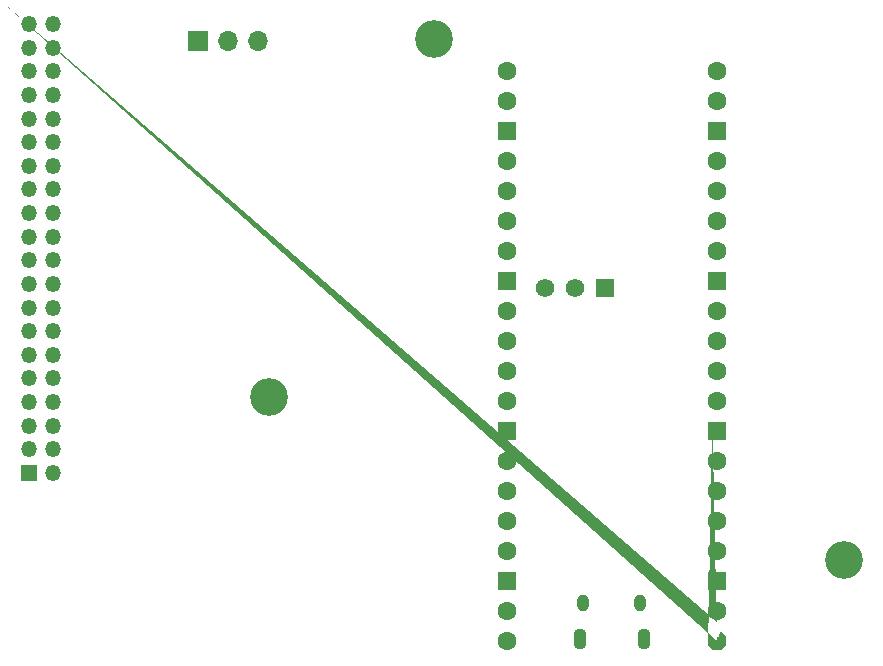
<source format=gbr>
%TF.GenerationSoftware,KiCad,Pcbnew,7.0.8-7.0.8~ubuntu22.04.1*%
%TF.CreationDate,2023-10-31T08:05:55-06:00*%
%TF.ProjectId,PowerBook,506f7765-7242-46f6-9f6b-2e6b69636164,rev?*%
%TF.SameCoordinates,Original*%
%TF.FileFunction,Soldermask,Bot*%
%TF.FilePolarity,Negative*%
%FSLAX46Y46*%
G04 Gerber Fmt 4.6, Leading zero omitted, Abs format (unit mm)*
G04 Created by KiCad (PCBNEW 7.0.8-7.0.8~ubuntu22.04.1) date 2023-10-31 08:05:55*
%MOMM*%
%LPD*%
G01*
G04 APERTURE LIST*
G04 Aperture macros list*
%AMRoundRect*
0 Rectangle with rounded corners*
0 $1 Rounding radius*
0 $2 $3 $4 $5 $6 $7 $8 $9 X,Y pos of 4 corners*
0 Add a 4 corners polygon primitive as box body*
4,1,4,$2,$3,$4,$5,$6,$7,$8,$9,$2,$3,0*
0 Add four circle primitives for the rounded corners*
1,1,$1+$1,$2,$3*
1,1,$1+$1,$4,$5*
1,1,$1+$1,$6,$7*
1,1,$1+$1,$8,$9*
0 Add four rect primitives between the rounded corners*
20,1,$1+$1,$2,$3,$4,$5,0*
20,1,$1+$1,$4,$5,$6,$7,0*
20,1,$1+$1,$6,$7,$8,$9,0*
20,1,$1+$1,$8,$9,$2,$3,0*%
%AMFreePoly0*
4,1,58,0.281242,0.792533,0.314585,0.788777,0.324216,0.782725,0.335306,0.780194,0.361541,0.759271,0.389950,0.741421,0.741421,0.389950,0.759271,0.361541,0.780194,0.335306,0.782725,0.324216,0.788777,0.314585,0.792533,0.281242,0.800000,0.248529,0.800000,-0.248529,0.792533,-0.281242,0.788777,-0.314585,0.782725,-0.324216,0.780194,-0.335306,0.759271,-0.361541,0.741421,-0.389950,
0.389950,-0.741421,0.361541,-0.759271,0.335306,-0.780194,0.324216,-0.782725,0.314585,-0.788777,0.281242,-0.792533,0.248529,-0.800000,0.000000,-0.800000,-0.248529,-0.800000,-0.281242,-0.792533,-0.314585,-0.788777,-0.324216,-0.782725,-0.335306,-0.780194,-0.361541,-0.759271,-0.389950,-0.741421,-0.741421,-0.389950,-0.759271,-0.361541,-0.780194,-0.335306,-0.782725,-0.324216,-0.788777,-0.314585,
-0.792533,-0.281242,-0.800000,-0.248529,-0.800000,0.248529,-0.792533,0.281242,-0.788777,0.314585,-0.782725,0.324216,-0.780194,0.335306,-0.759271,0.361541,-0.741421,0.389950,-0.389950,0.741421,-0.361541,0.759271,-0.335306,0.780194,-0.324216,0.782725,-0.314585,0.788777,-0.281242,0.792533,-0.248529,0.800000,0.248529,0.800000,0.281242,0.792533,0.281242,0.792533,$1*%
G04 Aperture macros list end*
%ADD10R,1.700000X1.700000*%
%ADD11O,1.700000X1.700000*%
%ADD12C,3.200000*%
%ADD13O,1.100000X1.800000*%
%ADD14O,1.050000X1.450000*%
%ADD15FreePoly0,180.000000*%
%ADD16C,1.600000*%
%ADD17RoundRect,0.200000X0.600000X0.600000X-0.600000X0.600000X-0.600000X-0.600000X0.600000X-0.600000X0*%
%ADD18R,1.574800X1.574800*%
%ADD19C,1.574800*%
%ADD20R,1.350000X1.350000*%
%ADD21O,1.350000X1.350000*%
G04 APERTURE END LIST*
D10*
%TO.C,J1*%
X117373400Y-76225400D03*
D11*
X119913400Y-76225400D03*
X122453400Y-76225400D03*
%TD*%
D12*
%TO.C,H1*%
X123367800Y-106375200D03*
%TD*%
%TO.C,H5*%
X137388600Y-76073000D03*
%TD*%
D13*
%TO.C,RP1*%
X155140400Y-126856200D03*
D14*
X154840400Y-123826200D03*
X149990400Y-123826200D03*
D13*
X149690400Y-126856200D03*
D15*
X161305400Y-126986200D03*
D16*
X161305400Y-124446200D03*
D17*
X161305400Y-121906200D03*
D16*
X161305400Y-119366200D03*
X161305400Y-116826200D03*
X161305400Y-114286200D03*
X161305400Y-111746200D03*
D17*
X161305400Y-109206200D03*
D16*
X161305400Y-106666200D03*
X161305400Y-104126200D03*
X161305400Y-101586200D03*
X161305400Y-99046200D03*
D17*
X161305400Y-96506200D03*
D16*
X161305400Y-93966200D03*
X161305400Y-91426200D03*
X161305400Y-88886200D03*
X161305400Y-86346200D03*
D17*
X161305400Y-83806200D03*
D16*
X161305400Y-81266200D03*
X161305400Y-78726200D03*
X143525400Y-78726200D03*
X143525400Y-81266200D03*
D17*
X143525400Y-83806200D03*
D16*
X143525400Y-86346200D03*
X143525400Y-88886200D03*
X143525400Y-91426200D03*
X143525400Y-93966200D03*
D17*
X143525400Y-96506200D03*
D16*
X143525400Y-99046200D03*
X143525400Y-101586200D03*
X143525400Y-104126200D03*
X143525400Y-106666200D03*
D17*
X143525400Y-109206200D03*
D16*
X143525400Y-111746200D03*
X143525400Y-114286200D03*
X143525400Y-116826200D03*
X143525400Y-119366200D03*
D17*
X143525400Y-121906200D03*
D16*
X143525400Y-124446200D03*
X143525400Y-126986200D03*
D18*
X151831200Y-97156200D03*
D19*
X149291200Y-97156200D03*
X146751200Y-97156200D03*
%TD*%
D12*
%TO.C,H3*%
X172034200Y-120142000D03*
%TD*%
D20*
%TO.C,J2*%
X103073200Y-112776800D03*
D21*
X105073200Y-112776800D03*
X103073200Y-110776800D03*
X105073200Y-110776800D03*
X103073200Y-108776800D03*
X105073200Y-108776800D03*
X103073200Y-106776800D03*
X105073200Y-106776800D03*
X103073200Y-104776800D03*
X105073200Y-104776800D03*
X103073200Y-102776800D03*
X105073200Y-102776800D03*
X103073200Y-100776800D03*
X105073200Y-100776800D03*
X103073200Y-98776800D03*
X105073200Y-98776800D03*
X105073200Y-96776800D03*
X103073200Y-94776800D03*
X105073200Y-94776800D03*
X103073200Y-92776800D03*
X105073200Y-92776800D03*
X103073200Y-90776800D03*
X105073200Y-90776800D03*
X103073200Y-88776800D03*
X105073200Y-88776800D03*
X103073200Y-86776800D03*
X105073200Y-86776800D03*
X103073200Y-84776800D03*
X105073200Y-84776800D03*
X103073200Y-82776800D03*
X105073200Y-82776800D03*
X103073200Y-80776800D03*
X105073200Y-80776800D03*
X103073200Y-78776800D03*
X105073200Y-78776800D03*
X103073200Y-76776800D03*
X105073200Y-76776800D03*
X103073200Y-74776800D03*
X105073200Y-74776800D03*
X103073200Y-96776800D03*
%TD*%
M02*

</source>
